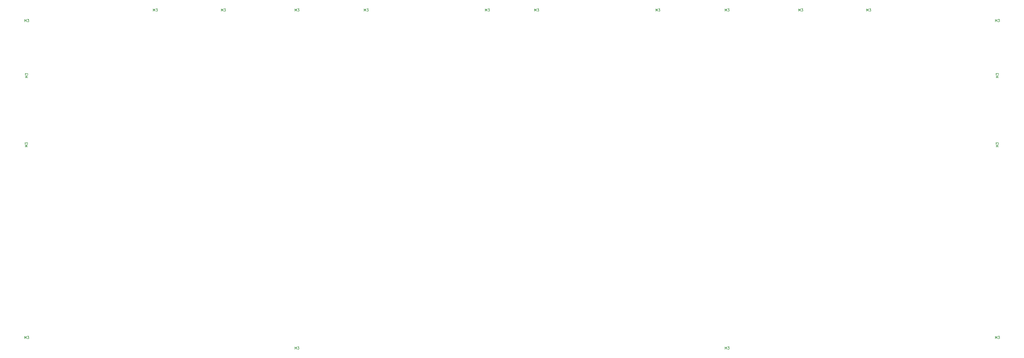
<source format=gtl>
%TF.GenerationSoftware,KiCad,Pcbnew,(6.0.0)*%
%TF.CreationDate,2022-03-09T15:54:11-05:00*%
%TF.ProjectId,custom_keyboard plate v3,63757374-6f6d-45f6-9b65-79626f617264,rev?*%
%TF.SameCoordinates,Original*%
%TF.FileFunction,Copper,L1,Top*%
%TF.FilePolarity,Positive*%
%FSLAX46Y46*%
G04 Gerber Fmt 4.6, Leading zero omitted, Abs format (unit mm)*
G04 Created by KiCad (PCBNEW (6.0.0)) date 2022-03-09 15:54:11*
%MOMM*%
%LPD*%
G01*
G04 APERTURE LIST*
%ADD10C,0.200000*%
%TA.AperFunction,NonConductor*%
%ADD11C,0.200000*%
%TD*%
G04 APERTURE END LIST*
D10*
%TO.C,M3*%
D11*
X17787779Y-130764104D02*
X16787779Y-130764104D01*
X17502065Y-130430771D01*
X16787779Y-130097438D01*
X17787779Y-130097438D01*
X16787779Y-129716485D02*
X16787779Y-129097438D01*
X17168732Y-129430771D01*
X17168732Y-129287914D01*
X17216351Y-129192676D01*
X17263970Y-129145057D01*
X17359208Y-129097438D01*
X17597303Y-129097438D01*
X17692541Y-129145057D01*
X17740160Y-129192676D01*
X17787779Y-129287914D01*
X17787779Y-129573628D01*
X17740160Y-129668866D01*
X17692541Y-129716485D01*
D10*
D11*
X16588875Y-207376580D02*
X16588875Y-206376580D01*
X16922208Y-207090866D01*
X17255541Y-206376580D01*
X17255541Y-207376580D01*
X17636494Y-206376580D02*
X18255541Y-206376580D01*
X17922208Y-206757533D01*
X18065065Y-206757533D01*
X18160303Y-206805152D01*
X18207922Y-206852771D01*
X18255541Y-206948009D01*
X18255541Y-207186104D01*
X18207922Y-207281342D01*
X18160303Y-207328961D01*
X18065065Y-207376580D01*
X17779351Y-207376580D01*
X17684113Y-207328961D01*
X17636494Y-207281342D01*
D10*
D11*
X124447494Y-76647580D02*
X124447494Y-75647580D01*
X124780827Y-76361866D01*
X125114160Y-75647580D01*
X125114160Y-76647580D01*
X125495113Y-75647580D02*
X126114160Y-75647580D01*
X125780827Y-76028533D01*
X125923684Y-76028533D01*
X126018922Y-76076152D01*
X126066541Y-76123771D01*
X126114160Y-76219009D01*
X126114160Y-76457104D01*
X126066541Y-76552342D01*
X126018922Y-76599961D01*
X125923684Y-76647580D01*
X125637970Y-76647580D01*
X125542732Y-76599961D01*
X125495113Y-76552342D01*
D10*
D11*
X403914475Y-207376580D02*
X403914475Y-206376580D01*
X404247808Y-207090866D01*
X404581141Y-206376580D01*
X404581141Y-207376580D01*
X404962094Y-206376580D02*
X405581141Y-206376580D01*
X405247808Y-206757533D01*
X405390665Y-206757533D01*
X405485903Y-206805152D01*
X405533522Y-206852771D01*
X405581141Y-206948009D01*
X405581141Y-207186104D01*
X405533522Y-207281342D01*
X405485903Y-207328961D01*
X405390665Y-207376580D01*
X405104951Y-207376580D01*
X405009713Y-207328961D01*
X404962094Y-207281342D01*
D10*
D11*
X296074056Y-211576580D02*
X296074056Y-210576580D01*
X296407389Y-211290866D01*
X296740722Y-210576580D01*
X296740722Y-211576580D01*
X297121675Y-210576580D02*
X297740722Y-210576580D01*
X297407389Y-210957533D01*
X297550246Y-210957533D01*
X297645484Y-211005152D01*
X297693103Y-211052771D01*
X297740722Y-211148009D01*
X297740722Y-211386104D01*
X297693103Y-211481342D01*
X297645484Y-211528961D01*
X297550246Y-211576580D01*
X297264532Y-211576580D01*
X297169294Y-211528961D01*
X297121675Y-211481342D01*
D10*
D11*
X95074056Y-76647580D02*
X95074056Y-75647580D01*
X95407389Y-76361866D01*
X95740722Y-75647580D01*
X95740722Y-76647580D01*
X96121675Y-75647580D02*
X96740722Y-75647580D01*
X96407389Y-76028533D01*
X96550246Y-76028533D01*
X96645484Y-76076152D01*
X96693103Y-76123771D01*
X96740722Y-76219009D01*
X96740722Y-76457104D01*
X96693103Y-76552342D01*
X96645484Y-76599961D01*
X96550246Y-76647580D01*
X96264532Y-76647580D01*
X96169294Y-76599961D01*
X96121675Y-76552342D01*
D10*
D11*
X325429294Y-76647580D02*
X325429294Y-75647580D01*
X325762627Y-76361866D01*
X326095960Y-75647580D01*
X326095960Y-76647580D01*
X326476913Y-75647580D02*
X327095960Y-75647580D01*
X326762627Y-76028533D01*
X326905484Y-76028533D01*
X327000722Y-76076152D01*
X327048341Y-76123771D01*
X327095960Y-76219009D01*
X327095960Y-76457104D01*
X327048341Y-76552342D01*
X327000722Y-76599961D01*
X326905484Y-76647580D01*
X326619770Y-76647580D01*
X326524532Y-76599961D01*
X326476913Y-76552342D01*
D10*
D11*
X268429294Y-76647580D02*
X268429294Y-75647580D01*
X268762627Y-76361866D01*
X269095960Y-75647580D01*
X269095960Y-76647580D01*
X269476913Y-75647580D02*
X270095960Y-75647580D01*
X269762627Y-76028533D01*
X269905484Y-76028533D01*
X270000722Y-76076152D01*
X270048341Y-76123771D01*
X270095960Y-76219009D01*
X270095960Y-76457104D01*
X270048341Y-76552342D01*
X270000722Y-76599961D01*
X269905484Y-76647580D01*
X269619770Y-76647580D01*
X269524532Y-76599961D01*
X269476913Y-76552342D01*
D10*
D11*
X220074056Y-76647580D02*
X220074056Y-75647580D01*
X220407389Y-76361866D01*
X220740722Y-75647580D01*
X220740722Y-76647580D01*
X221121675Y-75647580D02*
X221740722Y-75647580D01*
X221407389Y-76028533D01*
X221550246Y-76028533D01*
X221645484Y-76076152D01*
X221693103Y-76123771D01*
X221740722Y-76219009D01*
X221740722Y-76457104D01*
X221693103Y-76552342D01*
X221645484Y-76599961D01*
X221550246Y-76647580D01*
X221264532Y-76647580D01*
X221169294Y-76599961D01*
X221121675Y-76552342D01*
D10*
D11*
X405176379Y-130764104D02*
X404176379Y-130764104D01*
X404890665Y-130430771D01*
X404176379Y-130097438D01*
X405176379Y-130097438D01*
X404176379Y-129716485D02*
X404176379Y-129097438D01*
X404557332Y-129430771D01*
X404557332Y-129287914D01*
X404604951Y-129192676D01*
X404652570Y-129145057D01*
X404747808Y-129097438D01*
X404985903Y-129097438D01*
X405081141Y-129145057D01*
X405128760Y-129192676D01*
X405176379Y-129287914D01*
X405176379Y-129573628D01*
X405128760Y-129668866D01*
X405081141Y-129716485D01*
D10*
D11*
X405176379Y-103112242D02*
X404176379Y-103112242D01*
X404890665Y-102778909D01*
X404176379Y-102445576D01*
X405176379Y-102445576D01*
X404176379Y-102064623D02*
X404176379Y-101445576D01*
X404557332Y-101778909D01*
X404557332Y-101636052D01*
X404604951Y-101540814D01*
X404652570Y-101493195D01*
X404747808Y-101445576D01*
X404985903Y-101445576D01*
X405081141Y-101493195D01*
X405128760Y-101540814D01*
X405176379Y-101636052D01*
X405176379Y-101921766D01*
X405128760Y-102017004D01*
X405081141Y-102064623D01*
D10*
D11*
X152074056Y-76647580D02*
X152074056Y-75647580D01*
X152407389Y-76361866D01*
X152740722Y-75647580D01*
X152740722Y-76647580D01*
X153121675Y-75647580D02*
X153740722Y-75647580D01*
X153407389Y-76028533D01*
X153550246Y-76028533D01*
X153645484Y-76076152D01*
X153693103Y-76123771D01*
X153740722Y-76219009D01*
X153740722Y-76457104D01*
X153693103Y-76552342D01*
X153645484Y-76599961D01*
X153550246Y-76647580D01*
X153264532Y-76647580D01*
X153169294Y-76599961D01*
X153121675Y-76552342D01*
D10*
D11*
X296055856Y-76647580D02*
X296055856Y-75647580D01*
X296389189Y-76361866D01*
X296722522Y-75647580D01*
X296722522Y-76647580D01*
X297103475Y-75647580D02*
X297722522Y-75647580D01*
X297389189Y-76028533D01*
X297532046Y-76028533D01*
X297627284Y-76076152D01*
X297674903Y-76123771D01*
X297722522Y-76219009D01*
X297722522Y-76457104D01*
X297674903Y-76552342D01*
X297627284Y-76599961D01*
X297532046Y-76647580D01*
X297246332Y-76647580D01*
X297151094Y-76599961D01*
X297103475Y-76552342D01*
D10*
D11*
X403914475Y-80847580D02*
X403914475Y-79847580D01*
X404247808Y-80561866D01*
X404581141Y-79847580D01*
X404581141Y-80847580D01*
X404962094Y-79847580D02*
X405581141Y-79847580D01*
X405247808Y-80228533D01*
X405390665Y-80228533D01*
X405485903Y-80276152D01*
X405533522Y-80323771D01*
X405581141Y-80419009D01*
X405581141Y-80657104D01*
X405533522Y-80752342D01*
X405485903Y-80799961D01*
X405390665Y-80847580D01*
X405104951Y-80847580D01*
X405009713Y-80799961D01*
X404962094Y-80752342D01*
D10*
D11*
X67929294Y-76647580D02*
X67929294Y-75647580D01*
X68262627Y-76361866D01*
X68595960Y-75647580D01*
X68595960Y-76647580D01*
X68976913Y-75647580D02*
X69595960Y-75647580D01*
X69262627Y-76028533D01*
X69405484Y-76028533D01*
X69500722Y-76076152D01*
X69548341Y-76123771D01*
X69595960Y-76219009D01*
X69595960Y-76457104D01*
X69548341Y-76552342D01*
X69500722Y-76599961D01*
X69405484Y-76647580D01*
X69119770Y-76647580D01*
X69024532Y-76599961D01*
X68976913Y-76552342D01*
D10*
D11*
X17819279Y-103119342D02*
X16819279Y-103119342D01*
X17533565Y-102786009D01*
X16819279Y-102452676D01*
X17819279Y-102452676D01*
X16819279Y-102071723D02*
X16819279Y-101452676D01*
X17200232Y-101786009D01*
X17200232Y-101643152D01*
X17247851Y-101547914D01*
X17295470Y-101500295D01*
X17390708Y-101452676D01*
X17628803Y-101452676D01*
X17724041Y-101500295D01*
X17771660Y-101547914D01*
X17819279Y-101643152D01*
X17819279Y-101928866D01*
X17771660Y-102024104D01*
X17724041Y-102071723D01*
D10*
D11*
X352574056Y-76647580D02*
X352574056Y-75647580D01*
X352907389Y-76361866D01*
X353240722Y-75647580D01*
X353240722Y-76647580D01*
X353621675Y-75647580D02*
X354240722Y-75647580D01*
X353907389Y-76028533D01*
X354050246Y-76028533D01*
X354145484Y-76076152D01*
X354193103Y-76123771D01*
X354240722Y-76219009D01*
X354240722Y-76457104D01*
X354193103Y-76552342D01*
X354145484Y-76599961D01*
X354050246Y-76647580D01*
X353764532Y-76647580D01*
X353669294Y-76599961D01*
X353621675Y-76552342D01*
D10*
D11*
X200429294Y-76647580D02*
X200429294Y-75647580D01*
X200762627Y-76361866D01*
X201095960Y-75647580D01*
X201095960Y-76647580D01*
X201476913Y-75647580D02*
X202095960Y-75647580D01*
X201762627Y-76028533D01*
X201905484Y-76028533D01*
X202000722Y-76076152D01*
X202048341Y-76123771D01*
X202095960Y-76219009D01*
X202095960Y-76457104D01*
X202048341Y-76552342D01*
X202000722Y-76599961D01*
X201905484Y-76647580D01*
X201619770Y-76647580D01*
X201524532Y-76599961D01*
X201476913Y-76552342D01*
D10*
D11*
X124429294Y-211576580D02*
X124429294Y-210576580D01*
X124762627Y-211290866D01*
X125095960Y-210576580D01*
X125095960Y-211576580D01*
X125476913Y-210576580D02*
X126095960Y-210576580D01*
X125762627Y-210957533D01*
X125905484Y-210957533D01*
X126000722Y-211005152D01*
X126048341Y-211052771D01*
X126095960Y-211148009D01*
X126095960Y-211386104D01*
X126048341Y-211481342D01*
X126000722Y-211528961D01*
X125905484Y-211576580D01*
X125619770Y-211576580D01*
X125524532Y-211528961D01*
X125476913Y-211481342D01*
D10*
D11*
X16588875Y-80847580D02*
X16588875Y-79847580D01*
X16922208Y-80561866D01*
X17255541Y-79847580D01*
X17255541Y-80847580D01*
X17636494Y-79847580D02*
X18255541Y-79847580D01*
X17922208Y-80228533D01*
X18065065Y-80228533D01*
X18160303Y-80276152D01*
X18207922Y-80323771D01*
X18255541Y-80419009D01*
X18255541Y-80657104D01*
X18207922Y-80752342D01*
X18160303Y-80799961D01*
X18065065Y-80847580D01*
X17779351Y-80847580D01*
X17684113Y-80799961D01*
X17636494Y-80752342D01*
%TD*%
M02*

</source>
